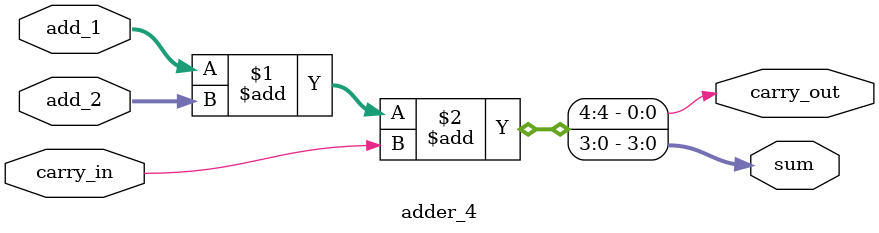
<source format=v>
module adder_4(
	add_1,
	add_2,
	carry_in,
	carry_out,
	sum
);

	input[3:0] add_1,add_2;
	input carry_in;
	output[3:0] sum;
	output carry_out;
	assign {carry_out,sum} = add_1 + add_2 + carry_in;
	
endmodule

</source>
